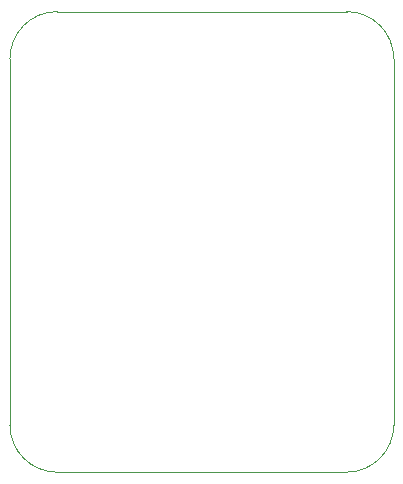
<source format=gbr>
%TF.GenerationSoftware,KiCad,Pcbnew,8.0.2-8.0.2-0~ubuntu20.04.1*%
%TF.CreationDate,2024-07-20T17:48:19+05:00*%
%TF.ProjectId,AlphaHagkemindt,416c7068-6148-4616-976b-656d696e6474,rev?*%
%TF.SameCoordinates,Original*%
%TF.FileFunction,Profile,NP*%
%FSLAX46Y46*%
G04 Gerber Fmt 4.6, Leading zero omitted, Abs format (unit mm)*
G04 Created by KiCad (PCBNEW 8.0.2-8.0.2-0~ubuntu20.04.1) date 2024-07-20 17:48:19*
%MOMM*%
%LPD*%
G01*
G04 APERTURE LIST*
%TA.AperFunction,Profile*%
%ADD10C,0.050000*%
%TD*%
G04 APERTURE END LIST*
D10*
X78000000Y-96000000D02*
X78000000Y-75000000D01*
X106500000Y-71000000D02*
G75*
G02*
X110500000Y-75000000I0J-4000000D01*
G01*
X106500000Y-110000000D02*
X82000000Y-110000000D01*
X110500000Y-75000000D02*
X110500000Y-81000000D01*
X78000000Y-106000000D02*
X78000000Y-96000000D01*
X110500000Y-106000000D02*
G75*
G02*
X106500000Y-110000000I-4000000J0D01*
G01*
X110500000Y-81000000D02*
X110500000Y-106000000D01*
X82000000Y-110000000D02*
G75*
G02*
X78000000Y-106000000I0J4000000D01*
G01*
X78000000Y-75000000D02*
G75*
G02*
X82000000Y-71000000I4000000J0D01*
G01*
X82000000Y-71000000D02*
X106500000Y-71000000D01*
M02*

</source>
